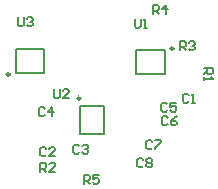
<source format=gto>
G04 Layer_Color=65535*
%FSLAX25Y25*%
%MOIN*%
G70*
G01*
G75*
%ADD15C,0.01000*%
%ADD24C,0.00787*%
%ADD25C,0.00500*%
D15*
X17382Y38449D02*
G03*
X17382Y38449I-500J0D01*
G01*
X72000Y47051D02*
G03*
X72000Y47051I-500J0D01*
G01*
X40949Y30500D02*
G03*
X40949Y30500I-500J0D01*
G01*
D24*
X19382Y38949D02*
Y46949D01*
X28882D01*
Y38949D02*
Y46949D01*
X19382Y38949D02*
X28882D01*
X59500Y46551D02*
X69000D01*
X59500Y38551D02*
Y46551D01*
Y38551D02*
X69000D01*
Y46551D01*
X40949Y18500D02*
Y28000D01*
Y18500D02*
X48949D01*
Y28000D01*
X40949D02*
X48949D01*
D25*
X20000Y57499D02*
Y55000D01*
X20500Y54500D01*
X21499D01*
X21999Y55000D01*
Y57499D01*
X22999Y56999D02*
X23499Y57499D01*
X24499D01*
X24998Y56999D01*
Y56499D01*
X24499Y55999D01*
X23999D01*
X24499D01*
X24998Y55500D01*
Y55000D01*
X24499Y54500D01*
X23499D01*
X22999Y55000D01*
X61846Y9999D02*
X61346Y10499D01*
X60346D01*
X59847Y9999D01*
Y8000D01*
X60346Y7500D01*
X61346D01*
X61846Y8000D01*
X62845Y9999D02*
X63345Y10499D01*
X64345D01*
X64845Y9999D01*
Y9499D01*
X64345Y8999D01*
X64845Y8500D01*
Y8000D01*
X64345Y7500D01*
X63345D01*
X62845Y8000D01*
Y8500D01*
X63345Y8999D01*
X62845Y9499D01*
Y9999D01*
X63345Y8999D02*
X64345D01*
X64846Y15999D02*
X64346Y16499D01*
X63346D01*
X62846Y15999D01*
Y14000D01*
X63346Y13500D01*
X64346D01*
X64846Y14000D01*
X65846Y16499D02*
X67845D01*
Y15999D01*
X65846Y14000D01*
Y13500D01*
X69999Y23999D02*
X69499Y24499D01*
X68500D01*
X68000Y23999D01*
Y22000D01*
X68500Y21500D01*
X69499D01*
X69999Y22000D01*
X72998Y24499D02*
X71999Y23999D01*
X70999Y22999D01*
Y22000D01*
X71499Y21500D01*
X72499D01*
X72998Y22000D01*
Y22500D01*
X72499Y22999D01*
X70999D01*
X69846Y28499D02*
X69346Y28999D01*
X68346D01*
X67847Y28499D01*
Y26500D01*
X68346Y26000D01*
X69346D01*
X69846Y26500D01*
X72845Y28999D02*
X70846D01*
Y27499D01*
X71845Y27999D01*
X72345D01*
X72845Y27499D01*
Y26500D01*
X72345Y26000D01*
X71345D01*
X70846Y26500D01*
X76999Y31499D02*
X76499Y31999D01*
X75500D01*
X75000Y31499D01*
Y29500D01*
X75500Y29000D01*
X76499D01*
X76999Y29500D01*
X77999Y29000D02*
X78999D01*
X78499D01*
Y31999D01*
X77999Y31499D01*
X29499Y13653D02*
X29000Y14153D01*
X28000D01*
X27500Y13653D01*
Y11653D01*
X28000Y11153D01*
X29000D01*
X29499Y11653D01*
X32498Y11153D02*
X30499D01*
X32498Y13153D01*
Y13653D01*
X31999Y14153D01*
X30999D01*
X30499Y13653D01*
X40499Y14499D02*
X39999Y14999D01*
X39000D01*
X38500Y14499D01*
Y12500D01*
X39000Y12000D01*
X39999D01*
X40499Y12500D01*
X41499Y14499D02*
X41999Y14999D01*
X42999D01*
X43498Y14499D01*
Y13999D01*
X42999Y13499D01*
X42499D01*
X42999D01*
X43498Y13000D01*
Y12500D01*
X42999Y12000D01*
X41999D01*
X41499Y12500D01*
X28999Y26999D02*
X28499Y27499D01*
X27500D01*
X27000Y26999D01*
Y25000D01*
X27500Y24500D01*
X28499D01*
X28999Y25000D01*
X31499Y24500D02*
Y27499D01*
X29999Y26000D01*
X31998D01*
X82000Y40500D02*
X84999D01*
Y39000D01*
X84499Y38501D01*
X83499D01*
X83000Y39000D01*
Y40500D01*
Y39500D02*
X82000Y38501D01*
Y37501D02*
Y36501D01*
Y37001D01*
X84999D01*
X84499Y37501D01*
X27500Y6000D02*
Y8999D01*
X29000D01*
X29499Y8499D01*
Y7500D01*
X29000Y7000D01*
X27500D01*
X28500D02*
X29499Y6000D01*
X32498D02*
X30499D01*
X32498Y7999D01*
Y8499D01*
X31999Y8999D01*
X30999D01*
X30499Y8499D01*
X74000Y46500D02*
Y49499D01*
X75499D01*
X75999Y48999D01*
Y48000D01*
X75499Y47500D01*
X74000D01*
X75000D02*
X75999Y46500D01*
X76999Y48999D02*
X77499Y49499D01*
X78499D01*
X78998Y48999D01*
Y48499D01*
X78499Y48000D01*
X77999D01*
X78499D01*
X78998Y47500D01*
Y47000D01*
X78499Y46500D01*
X77499D01*
X76999Y47000D01*
X65000Y58583D02*
Y61582D01*
X66500D01*
X66999Y61082D01*
Y60082D01*
X66500Y59582D01*
X65000D01*
X66000D02*
X66999Y58583D01*
X69499D02*
Y61582D01*
X67999Y60082D01*
X69998D01*
X42000Y2000D02*
Y4999D01*
X43499D01*
X43999Y4499D01*
Y3500D01*
X43499Y3000D01*
X42000D01*
X43000D02*
X43999Y2000D01*
X46998Y4999D02*
X44999D01*
Y3500D01*
X45999Y3999D01*
X46499D01*
X46998Y3500D01*
Y2500D01*
X46499Y2000D01*
X45499D01*
X44999Y2500D01*
X59111Y56920D02*
Y54421D01*
X59611Y53921D01*
X60611D01*
X61110Y54421D01*
Y56920D01*
X62110Y53921D02*
X63110D01*
X62610D01*
Y56920D01*
X62110Y56420D01*
X32000Y33499D02*
Y31000D01*
X32500Y30500D01*
X33500D01*
X33999Y31000D01*
Y33499D01*
X36998Y30500D02*
X34999D01*
X36998Y32499D01*
Y32999D01*
X36499Y33499D01*
X35499D01*
X34999Y32999D01*
M02*

</source>
